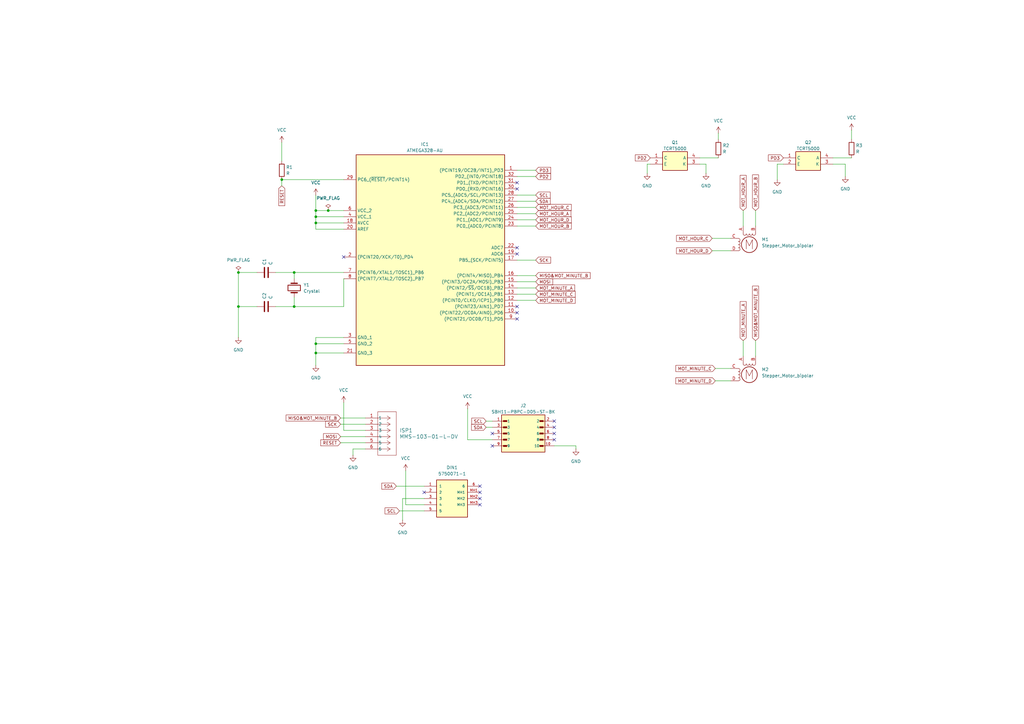
<source format=kicad_sch>
(kicad_sch (version 20250114) (generator "eeschema") (generator_version "9.0")
  (paper "A3")
  (title_block (title "ATmega328 Stepper Clock") (date "12.11.25") (rev "1"))
  (lib_symbols
    (symbol "2025-11-11_19-10-46:MMS-103-01-L-DV" (pin_names (offset 0.254))
      (property "Reference" "J" (at 8.89 6.35 0))
      (property "Value" "MMS-103-01-L-DV" (at 0 0 0))
      (symbol "MMS-103-01-L-DV_1_1"
        (polyline (pts (xy 5.08 2.54) (xy 5.08 -15.24)) (stroke (width 0.127)))
        (polyline (pts (xy 5.08 -15.24) (xy 12.7 -15.24)) (stroke (width 0.127)))
        (polyline (pts (xy 10.16 0) (xy 5.08 0)) (stroke (width 0.127)))
        (polyline (pts (xy 10.16 0) (xy 8.89 0.8467)) (stroke (width 0.127)))
        (polyline (pts (xy 10.16 0) (xy 8.89 -0.8467)) (stroke (width 0.127)))
        (polyline (pts (xy 10.16 -2.54) (xy 5.08 -2.54)) (stroke (width 0.127)))
        (polyline (pts (xy 10.16 -2.54) (xy 8.89 -1.6933)) (stroke (width 0.127)))
        (polyline (pts (xy 10.16 -2.54) (xy 8.89 -3.3867)) (stroke (width 0.127)))
        (polyline (pts (xy 10.16 -5.08) (xy 5.08 -5.08)) (stroke (width 0.127)))
        (polyline (pts (xy 10.16 -5.08) (xy 8.89 -4.2333)) (stroke (width 0.127)))
        (polyline (pts (xy 10.16 -5.08) (xy 8.89 -5.9267)) (stroke (width 0.127)))
        (polyline (pts (xy 10.16 -7.62) (xy 5.08 -7.62)) (stroke (width 0.127)))
        (polyline (pts (xy 10.16 -7.62) (xy 8.89 -6.7733)) (stroke (width 0.127)))
        (polyline (pts (xy 10.16 -7.62) (xy 8.89 -8.4667)) (stroke (width 0.127)))
        (polyline (pts (xy 10.16 -10.16) (xy 5.08 -10.16)) (stroke (width 0.127)))
        (polyline (pts (xy 10.16 -10.16) (xy 8.89 -9.3133)) (stroke (width 0.127)))
        (polyline (pts (xy 10.16 -10.16) (xy 8.89 -11.0067)) (stroke (width 0.127)))
        (polyline (pts (xy 10.16 -12.7) (xy 5.08 -12.7)) (stroke (width 0.127)))
        (polyline (pts (xy 10.16 -12.7) (xy 8.89 -11.8533)) (stroke (width 0.127)))
        (polyline (pts (xy 10.16 -12.7) (xy 8.89 -13.5467)) (stroke (width 0.127)))
        (polyline (pts (xy 12.7 2.54) (xy 5.08 2.54)) (stroke (width 0.127)))
        (polyline (pts (xy 12.7 -15.24) (xy 12.7 2.54)) (stroke (width 0.127)))
        (pin unspecified line (at 0 0 0) (length 5.08) (name "1") (number "1"))
        (pin unspecified line (at 0 -2.54 0) (length 5.08) (name "2") (number "2"))
        (pin unspecified line (at 0 -5.08 0) (length 5.08) (name "3") (number "3"))
        (pin unspecified line (at 0 -7.62 0) (length 5.08) (name "4") (number "4"))
        (pin unspecified line (at 0 -10.16 0) (length 5.08) (name "5") (number "5"))
        (pin unspecified line (at 0 -12.7 0) (length 5.08) (name "6") (number "6"))
      )
      (symbol "MMS-103-01-L-DV_1_2"
        (polyline (pts (xy 5.08 2.54) (xy 5.08 -15.24)) (stroke (width 0.127)))
        (polyline (pts (xy 5.08 -15.24) (xy 12.7 -15.24)) (stroke (width 0.127)))
        (polyline (pts (xy 7.62 0) (xy 5.08 0)) (stroke (width 0.127)))
        (polyline (pts (xy 7.62 0) (xy 8.89 0.8467)) (stroke (width 0.127)))
        (polyline (pts (xy 7.62 0) (xy 8.89 -0.8467)) (stroke (width 0.127)))
        (polyline (pts (xy 7.62 -2.54) (xy 5.08 -2.54)) (stroke (width 0.127)))
        (polyline (pts (xy 7.62 -2.54) (xy 8.89 -1.6933)) (stroke (width 0.127)))
        (polyline (pts (xy 7.62 -2.54) (xy 8.89 -3.3867)) (stroke (width 0.127)))
        (polyline (pts (xy 7.62 -5.08) (xy 5.08 -5.08)) (stroke (width 0.127)))
        (polyline (pts (xy 7.62 -5.08) (xy 8.89 -4.2333)) (stroke (width 0.127)))
        (polyline (pts (xy 7.62 -5.08) (xy 8.89 -5.9267)) (stroke (width 0.127)))
        (polyline (pts (xy 7.62 -7.62) (xy 5.08 -7.62)) (stroke (width 0.127)))
        (polyline (pts (xy 7.62 -7.62) (xy 8.89 -6.7733)) (stroke (width 0.127)))
        (polyline (pts (xy 7.62 -7.62) (xy 8.89 -8.4667)) (stroke (width 0.127)))
        (polyline (pts (xy 7.62 -10.16) (xy 5.08 -10.16)) (stroke (width 0.127)))
        (polyline (pts (xy 7.62 -10.16) (xy 8.89 -9.3133)) (stroke (width 0.127)))
        (polyline (pts (xy 7.62 -10.16) (xy 8.89 -11.0067)) (stroke (width 0.127)))
        (polyline (pts (xy 7.62 -12.7) (xy 5.08 -12.7)) (stroke (width 0.127)))
        (polyline (pts (xy 7.62 -12.7) (xy 8.89 -11.8533)) (stroke (width 0.127)))
        (polyline (pts (xy 7.62 -12.7) (xy 8.89 -13.5467)) (stroke (width 0.127)))
        (polyline (pts (xy 12.7 2.54) (xy 5.08 2.54)) (stroke (width 0.127)))
        (polyline (pts (xy 12.7 -15.24) (xy 12.7 2.54)) (stroke (width 0.127)))
        (pin unspecified line (at 0 0 0) (length 5.08) (name "1") (number "1"))
        (pin unspecified line (at 0 -2.54 0) (length 5.08) (name "2") (number "2"))
        (pin unspecified line (at 0 -5.08 0) (length 5.08) (name "3") (number "3"))
        (pin unspecified line (at 0 -7.62 0) (length 5.08) (name "4") (number "4"))
        (pin unspecified line (at 0 -10.16 0) (length 5.08) (name "5") (number "5"))
        (pin unspecified line (at 0 -12.7 0) (length 5.08) (name "6") (number "6"))
      )
    )
    (symbol "5750071-1:5750071-1" (pin_names (offset 1.016))
      (property "Reference" "J" (at 19.05 7.62 0))
      (property "Value" "5750071-1" (at 19.05 5.08 0))
      (symbol "5750071-1_0_0"
        (rectangle (start 5.08 -12.7) (end 17.78 2.54) (stroke (width 0.254)) (fill (type background)))
        (pin bidirectional line (at 0 0 0) (length 5.08) (name "1") (number "1"))
        (pin bidirectional line (at 0 -2.54 0) (length 5.08) (name "2") (number "2"))
        (pin bidirectional line (at 0 -5.08 0) (length 5.08) (name "3") (number "3"))
        (pin bidirectional line (at 0 -7.62 0) (length 5.08) (name "4") (number "4"))
        (pin bidirectional line (at 0 -10.16 0) (length 5.08) (name "5") (number "5"))
        (pin bidirectional line (at 22.86 0 180) (length 5.08) (name "6") (number "6"))
        (pin bidirectional line (at 22.86 -2.54 180) (length 5.08) (name "MH1") (number "MH1"))
        (pin bidirectional line (at 22.86 -5.08 180) (length 5.08) (name "MH2") (number "MH2"))
        (pin bidirectional line (at 22.86 -7.62 180) (length 5.08) (name "MH3") (number "MH3"))
      )
    )
    (symbol "Device:C" (pin_numbers (hide yes)) (pin_names (offset 0.254))
      (property "Reference" "C" (at 0.635 2.54 0))
      (property "Value" "C" (at 0.635 -2.54 0))
      (symbol "C_0_1"
        (polyline (pts (xy -2.032 0.762) (xy 2.032 0.762)) (stroke (width 0.508)))
        (polyline (pts (xy -2.032 -0.762) (xy 2.032 -0.762)) (stroke (width 0.508)))
      )
      (symbol "C_1_1"
        (pin passive line (at 0 3.81 270) (length 2.794) (name "~") (number "1"))
        (pin passive line (at 0 -3.81 90) (length 2.794) (name "~") (number "2"))
      )
    )
    (symbol "Device:Crystal" (pin_numbers (hide yes)) (pin_names (offset 1.016) (hide yes))
      (property "Reference" "Y" (at 0 3.81 0))
      (property "Value" "Crystal" (at 0 -3.81 0))
      (symbol "Crystal_0_1"
        (polyline (pts (xy -2.54 0) (xy -1.905 0)))
        (polyline (pts (xy -1.905 -1.27) (xy -1.905 1.27)) (stroke (width 0.508)))
        (rectangle (start -1.143 2.54) (end 1.143 -2.54) (stroke (width 0.3048)))
        (polyline (pts (xy 1.905 -1.27) (xy 1.905 1.27)) (stroke (width 0.508)))
        (polyline (pts (xy 2.54 0) (xy 1.905 0)))
      )
      (symbol "Crystal_1_1"
        (pin passive line (at -3.81 0 0) (length 1.27) (name "1") (number "1"))
        (pin passive line (at 3.81 0 180) (length 1.27) (name "2") (number "2"))
      )
    )
    (symbol "Device:R" (pin_numbers (hide yes)) (pin_names (offset 0))
      (property "Reference" "R" (at 2.032 0 90))
      (property "Value" "R" (at 0 0 90))
      (symbol "R_0_1"
        (rectangle (start -1.016 -2.54) (end 1.016 2.54) (stroke (width 0.254)))
      )
      (symbol "R_1_1"
        (pin passive line (at 0 3.81 270) (length 1.27) (name "~") (number "1"))
        (pin passive line (at 0 -3.81 90) (length 1.27) (name "~") (number "2"))
      )
    )
    (symbol "Motor:Stepper_Motor_bipolar" (pin_names (offset 0) (hide yes))
      (property "Reference" "M2" (at 5.08 2.121 0))
      (property "Value" "Stepper_Motor_bipolar" (at 5.08 -0.419 0))
      (symbol "Stepper_Motor_bipolar_0_0"
        (polyline (pts (xy -1.27 -1.778) (xy -1.27 2.032) (xy 0 -0.508) (xy 1.27 2.032) (xy 1.27 -1.778)))
      )
      (symbol "Stepper_Motor_bipolar_0_1"
        (polyline (pts (xy -5.08 2.54) (xy -4.445 2.54)))
        (polyline (pts (xy -5.08 -2.54) (xy -4.445 -2.54)))
        (arc (start -4.445 2.54) (mid -3.8127 1.905) (end -4.445 1.27))
        (arc (start -4.445 1.27) (mid -3.8127 0.635) (end -4.445 0))
        (arc (start -4.445 0) (mid -3.8127 -0.635) (end -4.445 -1.27))
        (arc (start -4.445 -1.27) (mid -3.8127 -1.905) (end -4.445 -2.54))
        (polyline (pts (xy -2.54 5.08) (xy -2.54 4.445)))
        (arc (start -1.27 4.445) (mid -1.905 3.8127) (end -2.54 4.445))
        (arc (start 0 4.445) (mid -0.635 3.8127) (end -1.27 4.445))
        (circle (center 0 0) (radius 3.2512) (stroke (width 0.254)))
        (arc (start 1.27 4.445) (mid 0.635 3.8127) (end 0 4.445))
        (arc (start 2.54 4.445) (mid 1.905 3.8127) (end 1.27 4.445))
        (polyline (pts (xy 2.54 5.08) (xy 2.54 4.445)))
      )
      (symbol "Stepper_Motor_bipolar_1_1"
        (pin passive line (at -7.62 2.54 0) (length 2.54) (name "~") (number "C"))
        (pin passive line (at -7.62 -2.54 0) (length 2.54) (name "~") (number "D"))
        (pin passive line (at -2.54 7.62 270) (length 2.54) (name "~") (number "A"))
        (pin passive line (at 2.54 7.62 270) (length 2.54) (name "-") (number "B"))
      )
    )
    (symbol "SBH11-PBPC-D05-ST-BK:SBH11-PBPC-D05-ST-BK" (pin_names (offset 1.016))
      (property "Reference" "J" (at -10.16 8.89 0))
      (property "Value" "SBH11-PBPC-D05-ST-BK" (at -10.16 -10.16 0))
      (symbol "SBH11-PBPC-D05-ST-BK_0_0"
        (rectangle (start -8.89 -7.62) (end 8.89 7.62) (stroke (width 0.254)) (fill (type background)))
        (rectangle (start -8.255 4.7625) (end -6.6675 5.3975) (stroke (width 0.1)) (fill (type outline)))
        (rectangle (start -8.255 2.2225) (end -6.6675 2.8575) (stroke (width 0.1)) (fill (type outline)))
        (rectangle (start -8.255 -0.3175) (end -6.6675 0.3175) (stroke (width 0.1)) (fill (type outline)))
        (rectangle (start -8.255 -2.8575) (end -6.6675 -2.2225) (stroke (width 0.1)) (fill (type outline)))
        (rectangle (start -8.255 -5.3975) (end -6.6675 -4.7625) (stroke (width 0.1)) (fill (type outline)))
        (rectangle (start 6.6675 4.7625) (end 8.255 5.3975) (stroke (width 0.1)) (fill (type outline)))
        (rectangle (start 6.6675 2.2225) (end 8.255 2.8575) (stroke (width 0.1)) (fill (type outline)))
        (rectangle (start 6.6675 -0.3175) (end 8.255 0.3175) (stroke (width 0.1)) (fill (type outline)))
        (rectangle (start 6.6675 -2.8575) (end 8.255 -2.2225) (stroke (width 0.1)) (fill (type outline)))
        (rectangle (start 6.6675 -5.3975) (end 8.255 -4.7625) (stroke (width 0.1)) (fill (type outline)))
        (pin passive line (at -12.7 5.08 0) (length 5.08) (name "1") (number "1"))
        (pin passive line (at -12.7 2.54 0) (length 5.08) (name "3") (number "3"))
        (pin passive line (at -12.7 0 0) (length 5.08) (name "5") (number "5"))
        (pin passive line (at -12.7 -2.54 0) (length 5.08) (name "7") (number "7"))
        (pin passive line (at -12.7 -5.08 0) (length 5.08) (name "9") (number "9"))
        (pin passive line (at 12.7 5.08 180) (length 5.08) (name "2") (number "2"))
        (pin passive line (at 12.7 2.54 180) (length 5.08) (name "4") (number "4"))
        (pin passive line (at 12.7 0 180) (length 5.08) (name "6") (number "6"))
        (pin passive line (at 12.7 -2.54 180) (length 5.08) (name "8") (number "8"))
        (pin passive line (at 12.7 -5.08 180) (length 5.08) (name "10") (number "10"))
      )
    )
    (symbol "SamacSys_Parts:ATMEGA328-AU"
      (property "Reference" "IC1" (at 33.274 37.338 0))
      (property "Value" "ATMEGA328-AU" (at 33.274 34.798 0))
      (symbol "ATMEGA328-AU_1_1"
        (rectangle (start 5.08 33.02) (end 66.04 -53.34) (stroke (width 0.254)) (fill (type background)))
        (pin passive line (at 0 22.86 0) (length 5.08) (name "PC6_(~{RESET}/PCINT14)") (number "29"))
        (pin passive line (at 0 10.16 0) (length 5.08) (name "VCC_2") (number "6"))
        (pin passive line (at 0 7.62 0) (length 5.08) (name "VCC_1") (number "4"))
        (pin passive line (at 0 5.08 0) (length 5.08) (name "AVCC") (number "18"))
        (pin passive line (at 0 2.54 0) (length 5.08) (name "AREF") (number "20"))
        (pin passive line (at 0 -8.89 0) (length 5.08) (name "(PCINT20/XCK/T0)_PD4") (number "2"))
        (pin passive line (at 0 -15.24 0) (length 5.08) (name "(PCINT6/XTAL1/TOSC1)_PB6") (number "7"))
        (pin passive line (at 0 -17.78 0) (length 5.08) (name "(PCINT7/XTAL2/TOSC2)_PB7") (number "8"))
        (pin passive line (at 0 -41.91 0) (length 5.08) (name "GND_1") (number "3"))
        (pin passive line (at 0 -44.45 0) (length 5.08) (name "GND_2") (number "5"))
        (pin passive line (at 0 -48.26 0) (length 5.08) (name "GND_3") (number "21"))
        (pin passive line (at 71.12 26.67 180) (length 5.08) (name "(PCINT19/OC2B/INT1)_PD3") (number "1"))
        (pin passive line (at 71.12 24.13 180) (length 5.08) (name "PD2_(INT0/PCINT18)") (number "32"))
        (pin passive line (at 71.12 21.59 180) (length 5.08) (name "PD1_(TXD/PCINT17)") (number "31"))
        (pin passive line (at 71.12 19.05 180) (length 5.08) (name "PD0_(RXD/PCINT16)") (number "30"))
        (pin passive line (at 71.12 16.51 180) (length 5.08) (name "PC5_(ADC5/SCL/PCINT13)") (number "28"))
        (pin passive line (at 71.12 13.97 180) (length 5.08) (name "PC4_(ADC4/SDA/PCINT12)") (number "27"))
        (pin passive line (at 71.12 11.43 180) (length 5.08) (name "PC3_(ADC3/PCINT11)") (number "26"))
        (pin passive line (at 71.12 8.89 180) (length 5.08) (name "PC2_(ADC2/PCINT10)") (number "25"))
        (pin passive line (at 71.12 6.35 180) (length 5.08) (name "PC1_(ADC1/PCINT9)") (number "24"))
        (pin passive line (at 71.12 3.81 180) (length 5.08) (name "PC0_(ADC0/PCINT8)") (number "23"))
        (pin passive line (at 71.12 -5.08 180) (length 5.08) (name "ADC7") (number "22"))
        (pin passive line (at 71.12 -7.62 180) (length 5.08) (name "ADC6") (number "19"))
        (pin passive line (at 71.12 -10.16 180) (length 5.08) (name "PB5_(SCK/PCINT5)") (number "17"))
        (pin passive line (at 71.12 -16.51 180) (length 5.08) (name "(PCINT4/MISO)_PB4") (number "16"))
        (pin passive line (at 71.12 -19.05 180) (length 5.08) (name "(PCINT3/OC2A/MOSI)_PB3") (number "15"))
        (pin passive line (at 71.12 -21.59 180) (length 5.08) (name "(PCINT2/~{SS}/OC1B)_PB2") (number "14"))
        (pin passive line (at 71.12 -24.13 180) (length 5.08) (name "(PCINT1/OC1A)_PB1") (number "13"))
        (pin passive line (at 71.12 -26.67 180) (length 5.08) (name "(PCINT0/CLKO/ICP1)_PB0") (number "12"))
        (pin passive line (at 71.12 -29.21 180) (length 5.08) (name "(PCINT23/AIN1)_PD7") (number "11"))
        (pin passive line (at 71.12 -31.75 180) (length 5.08) (name "(PCINT22/OC0A/AIN0)_PD6") (number "10"))
        (pin passive line (at 71.12 -34.29 180) (length 5.08) (name "(PCINT21/OC0B/T1)_PD5") (number "9"))
      )
    )
    (symbol "SamacSys_Parts:TCRT5000"
      (property "Reference" "Q" (at 16.51 7.62 0))
      (property "Value" "TCRT5000" (at 16.51 5.08 0))
      (symbol "TCRT5000_1_1"
        (rectangle (start 5.08 2.54) (end 15.24 -5.08) (stroke (width 0.254)) (fill (type background)))
        (pin passive line (at 0 0 0) (length 5.08) (name "C") (number "1"))
        (pin passive line (at 0 -2.54 0) (length 5.08) (name "E") (number "2"))
        (pin passive line (at 20.32 0 180) (length 5.08) (name "A") (number "4"))
        (pin passive line (at 20.32 -2.54 180) (length 5.08) (name "K") (number "3"))
      )
    )
    (symbol "Stepper_Motor_bipolar_1" (pin_names (offset 0) (hide yes))
      (property "Reference" "M1" (at 5.08 2.121 0))
      (property "Value" "Stepper_Motor_bipolar" (at 5.08 -0.419 0))
      (symbol "Stepper_Motor_bipolar_1_0_0"
        (polyline (pts (xy -1.27 -1.778) (xy -1.27 2.032) (xy 0 -0.508) (xy 1.27 2.032) (xy 1.27 -1.778)))
      )
      (symbol "Stepper_Motor_bipolar_1_0_1"
        (polyline (pts (xy -5.08 2.54) (xy -4.445 2.54)))
        (polyline (pts (xy -5.08 -2.54) (xy -4.445 -2.54)))
        (arc (start -4.445 2.54) (mid -3.8127 1.905) (end -4.445 1.27))
        (arc (start -4.445 1.27) (mid -3.8127 0.635) (end -4.445 0))
        (arc (start -4.445 0) (mid -3.8127 -0.635) (end -4.445 -1.27))
        (arc (start -4.445 -1.27) (mid -3.8127 -1.905) (end -4.445 -2.54))
        (polyline (pts (xy -2.54 5.08) (xy -2.54 4.445)))
        (arc (start -1.27 4.445) (mid -1.905 3.8127) (end -2.54 4.445))
        (arc (start 0 4.445) (mid -0.635 3.8127) (end -1.27 4.445))
        (circle (center 0 0) (radius 3.2512) (stroke (width 0.254)))
        (arc (start 1.27 4.445) (mid 0.635 3.8127) (end 0 4.445))
        (arc (start 2.54 4.445) (mid 1.905 3.8127) (end 1.27 4.445))
        (polyline (pts (xy 2.54 5.08) (xy 2.54 4.445)))
      )
      (symbol "Stepper_Motor_bipolar_1_1_1"
        (pin passive line (at -7.62 2.54 0) (length 2.54) (name "~") (number "C"))
        (pin passive line (at -7.62 -2.54 0) (length 2.54) (name "~") (number "D"))
        (pin passive line (at -2.54 7.62 270) (length 2.54) (name "~") (number "A"))
        (pin passive line (at 2.54 7.62 270) (length 2.54) (name "-") (number "B"))
      )
    )
    (symbol "power:GND" (power) (pin_numbers (hide yes)) (pin_names (offset 0) (hide yes))
      (property "Value" "GND" (at 0 -3.81 0))
      (symbol "GND_0_1"
        (polyline (pts (xy 0 0) (xy 0 -1.27) (xy 1.27 -1.27) (xy 0 -2.54) (xy -1.27 -1.27) (xy 0 -1.27)))
      )
      (symbol "GND_1_1"
        (pin power_in line (at 0 0 270) (length 0) (name "~") (number "1"))
      )
    )
    (symbol "power:PWR_FLAG" (power) (pin_numbers (hide yes)) (pin_names (offset 0) (hide yes))
      (property "Value" "PWR_FLAG" (at 0 3.81 0))
      (symbol "PWR_FLAG_0_0"
        (pin power_out line (at 0 0 90) (length 0) (name "~") (number "1"))
      )
      (symbol "PWR_FLAG_0_1"
        (polyline (pts (xy 0 0) (xy 0 1.27) (xy -1.016 1.905) (xy 0 2.54) (xy 1.016 1.905) (xy 0 1.27)))
      )
    )
    (symbol "power:VCC" (power) (pin_numbers (hide yes)) (pin_names (offset 0) (hide yes))
      (property "Value" "VCC" (at 0 3.556 0))
      (symbol "VCC_0_1"
        (polyline (pts (xy -0.762 1.27) (xy 0 2.54)))
        (polyline (pts (xy 0 2.54) (xy 0.762 1.27)))
        (polyline (pts (xy 0 0) (xy 0 2.54)))
      )
      (symbol "VCC_1_1"
        (pin power_in line (at 0 0 90) (length 0) (name "~") (number "1"))
      )
    )
  )
  (junction (at 97.79 125.73))
  (junction (at 129.54 91.44))
  (junction (at 120.65 111.76))
  (junction (at 115.57 73.66))
  (junction (at 97.79 111.76))
  (junction (at 129.54 86.36))
  (junction (at 129.54 140.97))
  (junction (at 129.54 144.78))
  (junction (at 120.65 125.73))
  (junction (at 134.62 86.36))
  (junction (at 129.54 88.9))
  (no_connect (at 212.09 128.27))
  (no_connect (at 227.33 177.8))
  (no_connect (at 212.09 101.6))
  (no_connect (at 196.85 204.47))
  (no_connect (at 196.85 199.39))
  (no_connect (at 212.09 104.14))
  (no_connect (at 201.93 182.88))
  (no_connect (at 212.09 74.93))
  (no_connect (at 212.09 77.47))
  (no_connect (at 201.93 177.8))
  (no_connect (at 227.33 180.34))
  (no_connect (at 227.33 175.26))
  (no_connect (at 212.09 125.73))
  (no_connect (at 173.99 201.93))
  (no_connect (at 196.85 207.01))
  (no_connect (at 212.09 130.81))
  (no_connect (at 196.85 201.93))
  (no_connect (at 140.97 105.41))
  (no_connect (at 227.33 172.72))
  (wire (pts (xy 139.7 173.99) (xy 149.86 173.99)))
  (wire (pts (xy 129.54 93.98) (xy 129.54 91.44)))
  (wire (pts (xy 304.8 139.7) (xy 304.8 146.05)))
  (wire (pts (xy 318.77 73.66) (xy 318.77 67.31)))
  (wire (pts (xy 346.71 72.39) (xy 346.71 67.31)))
  (wire (pts (xy 162.56 199.39) (xy 173.99 199.39)))
  (wire (pts (xy 140.97 93.98) (xy 129.54 93.98)))
  (wire (pts (xy 144.78 186.69) (xy 144.78 184.15)))
  (wire (pts (xy 139.7 171.45) (xy 149.86 171.45)))
  (wire (pts (xy 129.54 144.78) (xy 129.54 140.97)))
  (wire (pts (xy 129.54 144.78) (xy 140.97 144.78)))
  (wire (pts (xy 219.71 80.01) (xy 212.09 80.01)))
  (wire (pts (xy 120.65 111.76) (xy 120.65 114.3)))
  (wire (pts (xy 309.88 86.36) (xy 309.88 92.71)))
  (wire (pts (xy 191.77 180.34) (xy 201.93 180.34)))
  (wire (pts (xy 294.64 54.61) (xy 294.64 57.15)))
  (wire (pts (xy 219.71 123.19) (xy 212.09 123.19)))
  (wire (pts (xy 129.54 140.97) (xy 140.97 140.97)))
  (wire (pts (xy 140.97 165.1) (xy 140.97 176.53)))
  (wire (pts (xy 227.33 182.88) (xy 236.22 182.88)))
  (wire (pts (xy 219.71 92.71) (xy 212.09 92.71)))
  (wire (pts (xy 287.02 64.77) (xy 294.64 64.77)))
  (wire (pts (xy 219.71 69.85) (xy 212.09 69.85)))
  (wire (pts (xy 341.63 64.77) (xy 349.25 64.77)))
  (wire (pts (xy 144.78 184.15) (xy 149.86 184.15)))
  (wire (pts (xy 219.71 87.63) (xy 212.09 87.63)))
  (wire (pts (xy 97.79 111.76) (xy 97.79 125.73)))
  (wire (pts (xy 113.03 125.73) (xy 120.65 125.73)))
  (wire (pts (xy 129.54 140.97) (xy 129.54 138.43)))
  (wire (pts (xy 292.1 97.79) (xy 299.72 97.79)))
  (wire (pts (xy 120.65 111.76) (xy 140.97 111.76)))
  (wire (pts (xy 199.39 172.72) (xy 201.93 172.72)))
  (wire (pts (xy 166.37 207.01) (xy 166.37 193.04)))
  (wire (pts (xy 140.97 88.9) (xy 129.54 88.9)))
  (wire (pts (xy 318.77 67.31) (xy 321.31 67.31)))
  (wire (pts (xy 134.62 86.36) (xy 140.97 86.36)))
  (wire (pts (xy 165.1 204.47) (xy 173.99 204.47)))
  (wire (pts (xy 139.7 181.61) (xy 149.86 181.61)))
  (wire (pts (xy 163.83 209.55) (xy 173.99 209.55)))
  (wire (pts (xy 265.43 71.12) (xy 265.43 67.31)))
  (wire (pts (xy 219.71 85.09) (xy 212.09 85.09)))
  (wire (pts (xy 129.54 138.43) (xy 140.97 138.43)))
  (wire (pts (xy 129.54 88.9) (xy 129.54 86.36)))
  (wire (pts (xy 140.97 176.53) (xy 149.86 176.53)))
  (wire (pts (xy 97.79 125.73) (xy 97.79 138.43)))
  (wire (pts (xy 219.71 118.11) (xy 212.09 118.11)))
  (wire (pts (xy 219.71 120.65) (xy 212.09 120.65)))
  (wire (pts (xy 165.1 213.36) (xy 165.1 204.47)))
  (wire (pts (xy 97.79 125.73) (xy 105.41 125.73)))
  (wire (pts (xy 115.57 73.66) (xy 115.57 76.2)))
  (wire (pts (xy 349.25 53.34) (xy 349.25 57.15)))
  (wire (pts (xy 219.71 90.17) (xy 212.09 90.17)))
  (wire (pts (xy 113.03 111.76) (xy 120.65 111.76)))
  (wire (pts (xy 139.7 179.07) (xy 149.86 179.07)))
  (wire (pts (xy 236.22 182.88) (xy 236.22 184.15)))
  (wire (pts (xy 115.57 58.42) (xy 115.57 66.04)))
  (wire (pts (xy 219.71 72.39) (xy 212.09 72.39)))
  (wire (pts (xy 140.97 125.73) (xy 140.97 114.3)))
  (wire (pts (xy 129.54 80.01) (xy 129.54 86.36)))
  (wire (pts (xy 293.37 151.13) (xy 299.72 151.13)))
  (wire (pts (xy 219.71 113.03) (xy 212.09 113.03)))
  (wire (pts (xy 265.43 67.31) (xy 266.7 67.31)))
  (wire (pts (xy 173.99 207.01) (xy 166.37 207.01)))
  (wire (pts (xy 289.56 67.31) (xy 287.02 67.31)))
  (wire (pts (xy 129.54 86.36) (xy 134.62 86.36)))
  (wire (pts (xy 304.8 86.36) (xy 304.8 92.71)))
  (wire (pts (xy 105.41 111.76) (xy 97.79 111.76)))
  (wire (pts (xy 219.71 115.57) (xy 212.09 115.57)))
  (wire (pts (xy 120.65 125.73) (xy 140.97 125.73)))
  (wire (pts (xy 309.88 139.7) (xy 309.88 146.05)))
  (wire (pts (xy 129.54 149.86) (xy 129.54 144.78)))
  (wire (pts (xy 120.65 121.92) (xy 120.65 125.73)))
  (wire (pts (xy 292.1 102.87) (xy 299.72 102.87)))
  (wire (pts (xy 129.54 91.44) (xy 129.54 88.9)))
  (wire (pts (xy 115.57 73.66) (xy 140.97 73.66)))
  (wire (pts (xy 140.97 91.44) (xy 129.54 91.44)))
  (wire (pts (xy 289.56 71.12) (xy 289.56 67.31)))
  (wire (pts (xy 293.37 156.21) (xy 299.72 156.21)))
  (wire (pts (xy 199.39 175.26) (xy 201.93 175.26)))
  (wire (pts (xy 219.71 106.68) (xy 212.09 106.68)))
  (wire (pts (xy 191.77 167.64) (xy 191.77 180.34)))
  (wire (pts (xy 219.71 82.55) (xy 212.09 82.55)))
  (wire (pts (xy 346.71 67.31) (xy 341.63 67.31)))
  (global_label "SCK" (shape input) (at 139.7 173.99 180) (property "Intersheetrefs" "${INTERSHEET_REFS}" (effects (hide yes))))
  (global_label "MOT_MINUTE_D" (shape input) (at 219.71 123.19 0) (property "Intersheetrefs" "${INTERSHEET_REFS}" (effects (hide yes))))
  (global_label "MOT_HOUR_A" (shape input) (at 304.8 86.36 90) (property "Intersheetrefs" "${INTERSHEET_REFS}" (effects (hide yes))))
  (global_label "SCL" (shape input) (at 199.39 172.72 180) (property "Intersheetrefs" "${INTERSHEET_REFS}" (effects (hide yes))))
  (global_label "MOT_MINUTE_C" (shape input) (at 219.71 120.65 0) (property "Intersheetrefs" "${INTERSHEET_REFS}" (effects (hide yes))))
  (global_label "MOT_MINUTE_C" (shape input) (at 293.37 151.13 180) (property "Intersheetrefs" "${INTERSHEET_REFS}" (effects (hide yes))))
  (global_label "MOT_MINUTE_A" (shape input) (at 219.71 118.11 0) (property "Intersheetrefs" "${INTERSHEET_REFS}" (effects (hide yes))))
  (global_label "PD2" (shape input) (at 219.71 72.39 0) (property "Intersheetrefs" "${INTERSHEET_REFS}" (effects (hide yes))))
  (global_label "MOT_HOUR_D" (shape input) (at 219.71 90.17 0) (property "Intersheetrefs" "${INTERSHEET_REFS}" (effects (hide yes))))
  (global_label "SDA" (shape input) (at 162.56 199.39 180) (property "Intersheetrefs" "${INTERSHEET_REFS}" (effects (hide yes))))
  (global_label "MOT_HOUR_B" (shape input) (at 219.71 92.71 0) (property "Intersheetrefs" "${INTERSHEET_REFS}" (effects (hide yes))))
  (global_label "MISO&MOT_MINUTE_B" (shape input) (at 139.7 171.45 180) (property "Intersheetrefs" "${INTERSHEET_REFS}" (effects (hide yes))))
  (global_label "MOT_HOUR_C" (shape input) (at 219.71 85.09 0) (property "Intersheetrefs" "${INTERSHEET_REFS}" (effects (hide yes))))
  (global_label "MOSI" (shape input) (at 139.7 179.07 180) (property "Intersheetrefs" "${INTERSHEET_REFS}" (effects (hide yes))))
  (global_label "MISO&MOT_MINUTE_B" (shape input) (at 219.71 113.03 0) (property "Intersheetrefs" "${INTERSHEET_REFS}" (effects (hide yes))))
  (global_label "MOT_HOUR_C" (shape input) (at 292.1 97.79 180) (property "Intersheetrefs" "${INTERSHEET_REFS}" (effects (hide yes))))
  (global_label "SDA" (shape input) (at 219.71 82.55 0) (property "Intersheetrefs" "${INTERSHEET_REFS}" (effects (hide yes))))
  (global_label "RESET" (shape input) (at 115.57 76.2 270) (property "Intersheetrefs" "${INTERSHEET_REFS}" (effects (hide yes))))
  (global_label "MOSI" (shape input) (at 219.71 115.57 0) (property "Intersheetrefs" "${INTERSHEET_REFS}" (effects (hide yes))))
  (global_label "SDA" (shape input) (at 199.39 175.26 180) (property "Intersheetrefs" "${INTERSHEET_REFS}" (effects (hide yes))))
  (global_label "RESET" (shape input) (at 139.7 181.61 180) (property "Intersheetrefs" "${INTERSHEET_REFS}" (effects (hide yes))))
  (global_label "MOT_MINUTE_D" (shape input) (at 293.37 156.21 180) (property "Intersheetrefs" "${INTERSHEET_REFS}" (effects (hide yes))))
  (global_label "MOT_MINUTE_A" (shape input) (at 304.8 139.7 90) (property "Intersheetrefs" "${INTERSHEET_REFS}" (effects (hide yes))))
  (global_label "SCL" (shape input) (at 163.83 209.55 180) (property "Intersheetrefs" "${INTERSHEET_REFS}" (effects (hide yes))))
  (global_label "PD3" (shape input) (at 219.71 69.85 0) (property "Intersheetrefs" "${INTERSHEET_REFS}" (effects (hide yes))))
  (global_label "SCL" (shape input) (at 219.71 80.01 0) (property "Intersheetrefs" "${INTERSHEET_REFS}" (effects (hide yes))))
  (global_label "MOT_HOUR_B" (shape input) (at 309.88 86.36 90) (property "Intersheetrefs" "${INTERSHEET_REFS}" (effects (hide yes))))
  (global_label "MOT_HOUR_D" (shape input) (at 292.1 102.87 180) (property "Intersheetrefs" "${INTERSHEET_REFS}" (effects (hide yes))))
  (global_label "MOT_HOUR_A" (shape input) (at 219.71 87.63 0) (property "Intersheetrefs" "${INTERSHEET_REFS}" (effects (hide yes))))
  (global_label "PD2" (shape input) (at 266.7 64.77 180) (property "Intersheetrefs" "${INTERSHEET_REFS}" (effects (hide yes))))
  (global_label "SCK" (shape input) (at 219.71 106.68 0) (property "Intersheetrefs" "${INTERSHEET_REFS}" (effects (hide yes))))
  (global_label "PD3" (shape input) (at 321.31 64.77 180) (property "Intersheetrefs" "${INTERSHEET_REFS}" (effects (hide yes))))
  (global_label "MISO&MOT_MINUTE_B" (shape input) (at 309.88 139.7 90) (property "Intersheetrefs" "${INTERSHEET_REFS}" (effects (hide yes))))
  (symbol (lib_id "power:VCC") (at 191.77 167.64 0) (unit 1)
    (property "Reference" "#PWR07" (effects (hide yes)))
    (property "Value" "VCC" (at 191.77 162.56 0))
    (property "Description" "Power symbol creates a global label with name \"VCC\"" (effects (hide yes)))
  )
  (symbol (lib_id "Device:Crystal") (at 120.65 118.11 90) (unit 1)
    (property "Reference" "Y1" (at 124.46 116.8399 90) (effects (justify right)))
    (property "Value" "Crystal" (at 124.46 119.3799 90) (effects (justify right)))
    (property "Footprint" "Crystal:Crystal_AT310_D3.0mm_L10.0mm_Horizontal" (effects (hide yes)))
    (property "Description" "Two pin crystal" (effects (hide yes)))
  )
  (symbol (lib_id "Device:R") (at 294.64 60.96 0) (unit 1)
    (property "Reference" "R2" (at 296.418 59.69 0) (effects (justify left)))
    (property "Value" "R" (at 296.418 62.23 0) (effects (justify left)))
    (property "Footprint" "Resistor_THT:R_Axial_DIN0414_L11.9mm_D4.5mm_P15.24mm_Horizontal" (effects (hide yes)))
    (property "Description" "Resistor" (effects (hide yes)))
  )
  (symbol (lib_id "power:GND") (at 97.79 138.43 0) (unit 1)
    (property "Reference" "#PWR01" (effects (hide yes)))
    (property "Value" "GND" (at 97.79 143.51 0))
    (property "Description" "Power symbol creates a global label with name \"GND\" , ground" (effects (hide yes)))
  )
  (symbol (lib_id "power:GND") (at 289.56 71.12 0) (unit 1)
    (property "Reference" "#PWR012" (effects (hide yes)))
    (property "Value" "GND" (at 289.56 76.2 0))
    (property "Description" "Power symbol creates a global label with name \"GND\" , ground" (effects (hide yes)))
  )
  (symbol (lib_id "SBH11-PBPC-D05-ST-BK:SBH11-PBPC-D05-ST-BK") (at 214.63 177.8 0) (unit 1)
    (property "Reference" "J2" (at 214.63 166.37 0))
    (property "Value" "SBH11-PBPC-D05-ST-BK" (at 214.63 168.91 0))
    (property "Footprint" "SBH11-PBPC-D05-ST-BK:SULLINS_SBH11-PBPC-D05-ST-BK" (effects (hide yes)))
    (property "MF" "Sullins Connector" (effects (hide yes)))
    (property "MAXIMUM_PACKAGE_HEIGHT" "9.1mm" (effects (hide yes)))
    (property "Package" "None" (effects (hide yes)))
    (property "Price" "None" (effects (hide yes)))
    (property "Check_prices" "https://www.snapeda.com/parts/SBH11-PBPC-D05-ST-BK/Sullins/view-part/?ref=eda" (effects (hide yes)))
    (property "STANDARD" "Manufacturer Recommendations" (effects (hide yes)))
    (property "PARTREV" "J" (effects (hide yes)))
    (property "SnapEDA_Link" "https://www.snapeda.com/parts/SBH11-PBPC-D05-ST-BK/Sullins/view-part/?ref=snap" (effects (hide yes)))
    (property "MP" "SBH11-PBPC-D05-ST-BK" (effects (hide yes)))
    (property "Description_1" "10 Position Total Dual Row 2.54 mm Pitch Straight Male Shrouded Box Header" (effects (hide yes)))
    (property "MANUFACTURER" "Sullins Connector Solutions" (effects (hide yes)))
    (property "Availability" "In Stock" (effects (hide yes)))
    (property "SNAPEDA_PN" "SBH11-PBPC-D05-ST-BK" (effects (hide yes)))
  )
  (symbol (lib_id "power:VCC") (at 166.37 193.04 0) (unit 1)
    (property "Reference" "#PWR06" (effects (hide yes)))
    (property "Value" "VCC" (at 166.37 187.96 0))
    (property "Description" "Power symbol creates a global label with name \"VCC\"" (effects (hide yes)))
  )
  (symbol (lib_id "Device:R") (at 349.25 60.96 0) (unit 1)
    (property "Reference" "R3" (at 351.028 59.69 0) (effects (justify left)))
    (property "Value" "R" (at 351.028 62.23 0) (effects (justify left)))
    (property "Footprint" "Resistor_THT:R_Axial_DIN0414_L11.9mm_D4.5mm_P15.24mm_Horizontal" (effects (hide yes)))
    (property "Description" "Resistor" (effects (hide yes)))
  )
  (symbol (lib_id "SamacSys_Parts:ATMEGA328-AU") (at 140.97 96.52 0) (unit 1)
    (property "Reference" "IC1" (at 174.244 59.182 0))
    (property "Value" "ATMEGA328-AU" (at 174.244 61.722 0))
    (property "Footprint" "SamacSys_Parts:QFP80P900X900X120-32N" (effects (hide yes)))
    (property "Datasheet" "https://ww1.microchip.com/downloads/en/DeviceDoc/ATmega48A-PA-88A-PA-168A-PA-328-P-DS-DS40002061B.pdf" (effects (hide yes)))
    (property "Description" "MCU 8-Bit AVR 32KB Flash 2.5/3.3/5V ATMEGA328-AU, 8 bit AVR Microcontroller 20MHz 32 kB Flash, 1 kB, 2 kB RAM, I2C 32-Pin TQFP" (effects (hide yes)))
    (property "Height" "1.2" (effects (hide yes)))
    (property "Manufacturer_Name" "Microchip" (effects (hide yes)))
    (property "Manufacturer_Part_Number" "ATMEGA328-AU" (effects (hide yes)))
    (property "Mouser Part Number" "556-ATMEGA328-AU" (effects (hide yes)))
    (property "Mouser Price/Stock" "https://www.mouser.co.uk/ProductDetail/Microchip-Technology/ATMEGA328-AU?qs=lwdSMh1%2FoYJRHuGBjWz9Pg%3D%3D" (effects (hide yes)))
    (property "Arrow Part Number" "ATMEGA328-AU" (effects (hide yes)))
    (property "Arrow Price/Stock" "https://www.arrow.com/en/products/atmega328-au/microchip-technology?utm_currency=USD&region=nac" (effects (hide yes)))
  )
  (symbol (lib_id "5750071-1:5750071-1") (at 173.99 199.39 0) (unit 1)
    (property "Reference" "DIN1" (at 185.42 191.77 0))
    (property "Value" "5750071-1" (at 185.42 194.31 0))
    (property "Footprint" "5750071-1:57500711" (effects (hide yes)))
    (property "MANUFACTURER_NAME" "TE Connectivity" (effects (hide yes)))
    (property "MF" "TE Connectivity" (effects (hide yes)))
    (property "MOUSER_PRICE-STOCK" "https://www.mouser.co.uk/ProductDetail/TE-Connectivity/5750071-1?qs=BU%252BKxOECzi4EvgxaR0Z7ag%3D%3D" (effects (hide yes)))
    (property "DESCRIPTION" "Connector pcb r/a 6 way Mini-DIN" (effects (hide yes)))
    (property "MOUSER_PART_NUMBER" "571-5750071-1" (effects (hide yes)))
    (property "Price" "None" (effects (hide yes)))
    (property "Package" "None" (effects (hide yes)))
    (property "Check_prices" "https://www.snapeda.com/parts/57500711/TE+Connectivity/view-part/?ref=eda" (effects (hide yes)))
    (property "HEIGHT" "13.13mm" (effects (hide yes)))
    (property "SnapEDA_Link" "https://www.snapeda.com/parts/57500711/TE+Connectivity/view-part/?ref=snap" (effects (hide yes)))
    (property "MP" "57500711" (effects (hide yes)))
    (property "Description_1" "Conn Mini Circular DIN SKT 6 POS Solder RA Thru-Hole 6 Terminal 1 Port Tube" (effects (hide yes)))
    (property "Availability" "In Stock" (effects (hide yes)))
    (property "MANUFACTURER_PART_NUMBER" "5750071-1" (effects (hide yes)))
  )
  (symbol (lib_id "2025-11-11_19-10-46:MMS-103-01-L-DV") (at 149.86 171.45 0) (unit 1)
    (property "Reference" "ISP1" (at 163.83 176.5299 0) (effects (font (size 1.524 1.524)) (justify left)))
    (property "Value" "MMS-103-01-L-DV" (at 163.83 179.0699 0) (effects (font (size 1.524 1.524)) (justify left)))
    (property "Footprint" "footprints:CON6_2X3_UH_MMS_SAI" (effects (hide yes)))
    (property "Datasheet" "MMS-103-01-L-DV" (effects (hide yes)))
  )
  (symbol (lib_id "power:VCC") (at 294.64 54.61 0) (unit 1)
    (property "Reference" "#PWR015" (effects (hide yes)))
    (property "Value" "VCC" (at 294.64 49.53 0))
    (property "Description" "Power symbol creates a global label with name \"VCC\"" (effects (hide yes)))
  )
  (symbol (lib_id "power:GND") (at 265.43 71.12 0) (unit 1)
    (property "Reference" "#PWR011" (effects (hide yes)))
    (property "Value" "GND" (at 265.43 76.2 0))
    (property "Description" "Power symbol creates a global label with name \"GND\" , ground" (effects (hide yes)))
  )
  (symbol (lib_id "Device:C") (at 109.22 125.73 90) (unit 1)
    (property "Reference" "C2" (at 108.458 122.682 0) (effects (justify left)))
    (property "Value" "C" (at 110.998 122.682 0) (effects (justify left)))
    (property "Footprint" "Capacitor_THT:C_Axial_L5.1mm_D3.1mm_P15.00mm_Horizontal" (effects (hide yes)))
    (property "Description" "Unpolarized capacitor" (effects (hide yes)))
  )
  (symbol (lib_name "Stepper_Motor_bipolar_1") (lib_id "Motor:Stepper_Motor_bipolar") (at 307.34 100.33 0) (unit 1)
    (property "Reference" "M1" (at 312.42 98.209 0) (effects (justify left)))
    (property "Value" "Stepper_Motor_bipolar" (at 312.42 100.749 0) (effects (justify left)))
    (property "Datasheet" "http://www.infineon.com/dgdl/Application-Note-TLE8110EE_driving_UniPolarStepperMotor_V1.1.pdf?fileId=db3a30431be39b97011be5d0aa0a00b0" (effects (hide yes)))
    (property "Description" "4-wire bipolar stepper motor" (effects (hide yes)))
  )
  (symbol (lib_id "power:GND") (at 129.54 149.86 0) (unit 1)
    (property "Reference" "#PWR03" (effects (hide yes)))
    (property "Value" "GND" (at 129.54 154.94 0))
    (property "Description" "Power symbol creates a global label with name \"GND\" , ground" (effects (hide yes)))
  )
  (symbol (lib_id "power:VCC") (at 129.54 80.01 0) (unit 1)
    (property "Reference" "#PWR02" (effects (hide yes)))
    (property "Value" "VCC" (at 129.54 74.93 0))
    (property "Description" "Power symbol creates a global label with name \"VCC\"" (effects (hide yes)))
  )
  (symbol (lib_id "power:PWR_FLAG") (at 134.62 86.36 0) (unit 1)
    (property "Reference" "#FLG01" (effects (hide yes)))
    (property "Value" "PWR_FLAG" (at 134.62 81.28 0))
    (property "Description" "Special symbol for telling ERC where power comes from" (effects (hide yes)))
  )
  (symbol (lib_id "power:PWR_FLAG") (at 97.79 111.76 0) (unit 1)
    (property "Reference" "#FLG02" (effects (hide yes)))
    (property "Value" "PWR_FLAG" (at 97.79 106.68 0))
    (property "Description" "Special symbol for telling ERC where power comes from" (effects (hide yes)))
  )
  (symbol (lib_id "power:GND") (at 236.22 184.15 0) (unit 1)
    (property "Reference" "#PWR08" (effects (hide yes)))
    (property "Value" "GND" (at 236.22 189.23 0))
    (property "Description" "Power symbol creates a global label with name \"GND\" , ground" (effects (hide yes)))
  )
  (symbol (lib_id "power:VCC") (at 115.57 58.42 0) (unit 1)
    (property "Reference" "#PWR04" (effects (hide yes)))
    (property "Value" "VCC" (at 115.57 53.34 0))
    (property "Description" "Power symbol creates a global label with name \"VCC\"" (effects (hide yes)))
  )
  (symbol (lib_id "power:GND") (at 144.78 186.69 0) (unit 1)
    (property "Reference" "#PWR09" (effects (hide yes)))
    (property "Value" "GND" (at 144.78 191.77 0))
    (property "Description" "Power symbol creates a global label with name \"GND\" , ground" (effects (hide yes)))
  )
  (symbol (lib_id "power:VCC") (at 140.97 165.1 0) (unit 1)
    (property "Reference" "#PWR010" (effects (hide yes)))
    (property "Value" "VCC" (at 140.97 160.02 0))
    (property "Description" "Power symbol creates a global label with name \"VCC\"" (effects (hide yes)))
  )
  (symbol (lib_id "power:GND") (at 318.77 73.66 0) (unit 1)
    (property "Reference" "#PWR013" (effects (hide yes)))
    (property "Value" "GND" (at 318.77 78.74 0))
    (property "Description" "Power symbol creates a global label with name \"GND\" , ground" (effects (hide yes)))
  )
  (symbol (lib_id "power:GND") (at 346.71 72.39 0) (unit 1)
    (property "Reference" "#PWR014" (effects (hide yes)))
    (property "Value" "GND" (at 346.71 77.47 0))
    (property "Description" "Power symbol creates a global label with name \"GND\" , ground" (effects (hide yes)))
  )
  (symbol (lib_id "power:VCC") (at 349.25 53.34 0) (unit 1)
    (property "Reference" "#PWR016" (effects (hide yes)))
    (property "Value" "VCC" (at 349.25 48.26 0))
    (property "Description" "Power symbol creates a global label with name \"VCC\"" (effects (hide yes)))
  )
  (symbol (lib_id "Device:C") (at 109.22 111.76 90) (unit 1)
    (property "Reference" "C1" (at 108.458 108.712 0) (effects (justify left)))
    (property "Value" "C" (at 110.998 108.712 0) (effects (justify left)))
    (property "Footprint" "Capacitor_THT:C_Axial_L5.1mm_D3.1mm_P15.00mm_Horizontal" (effects (hide yes)))
    (property "Description" "Unpolarized capacitor" (effects (hide yes)))
  )
  (symbol (lib_id "SamacSys_Parts:TCRT5000") (at 321.31 64.77 0) (unit 1)
    (property "Reference" "Q2" (at 331.47 58.42 0))
    (property "Value" "TCRT5000" (at 331.47 60.96 0))
    (property "Footprint" "SamacSys_Parts:TCRT5000" (effects (hide yes)))
    (property "Datasheet" "http://www.vishay.com/docs/83760/tcrt5000.pdf" (effects (hide yes)))
    (property "Description" "VISHAY - TCRT5000. - SENSOR, OPTICAL, TRANSISTOR O/P" (effects (hide yes)))
    (property "Height" "6.8" (effects (hide yes)))
    (property "Manufacturer_Name" "Vishay" (effects (hide yes)))
    (property "Manufacturer_Part_Number" "TCRT5000" (effects (hide yes)))
    (property "Mouser Part Number" "782-TCRT5000" (effects (hide yes)))
    (property "Mouser Price/Stock" "https://www.mouser.co.uk/ProductDetail/Vishay-Semiconductors/TCRT5000?qs=glpcD2KT6uaaYldHGIIt5g%3D%3D" (effects (hide yes)))
    (property "Arrow Part Number" "TCRT5000" (effects (hide yes)))
    (property "Arrow Price/Stock" "https://www.arrow.com/en/products/tcrt5000/vishay?utm_currency=USD&region=nac" (effects (hide yes)))
  )
  (symbol (lib_id "power:GND") (at 165.1 213.36 0) (unit 1)
    (property "Reference" "#PWR05" (effects (hide yes)))
    (property "Value" "GND" (at 165.1 218.44 0))
    (property "Description" "Power symbol creates a global label with name \"GND\" , ground" (effects (hide yes)))
  )
  (symbol (lib_id "Device:R") (at 115.57 69.85 0) (unit 1)
    (property "Reference" "R1" (at 117.348 68.58 0) (effects (justify left)))
    (property "Value" "R" (at 117.348 71.12 0) (effects (justify left)))
    (property "Footprint" "Resistor_THT:R_Axial_DIN0414_L11.9mm_D4.5mm_P15.24mm_Horizontal" (effects (hide yes)))
    (property "Description" "Resistor" (effects (hide yes)))
  )
  (symbol (lib_id "SamacSys_Parts:TCRT5000") (at 266.7 64.77 0) (unit 1)
    (property "Reference" "Q1" (at 276.86 58.42 0))
    (property "Value" "TCRT5000" (at 276.86 60.96 0))
    (property "Footprint" "SamacSys_Parts:TCRT5000" (effects (hide yes)))
    (property "Datasheet" "http://www.vishay.com/docs/83760/tcrt5000.pdf" (effects (hide yes)))
    (property "Description" "VISHAY - TCRT5000. - SENSOR, OPTICAL, TRANSISTOR O/P" (effects (hide yes)))
    (property "Height" "6.8" (effects (hide yes)))
    (property "Manufacturer_Name" "Vishay" (effects (hide yes)))
    (property "Manufacturer_Part_Number" "TCRT5000" (effects (hide yes)))
    (property "Mouser Part Number" "782-TCRT5000" (effects (hide yes)))
    (property "Mouser Price/Stock" "https://www.mouser.co.uk/ProductDetail/Vishay-Semiconductors/TCRT5000?qs=glpcD2KT6uaaYldHGIIt5g%3D%3D" (effects (hide yes)))
    (property "Arrow Part Number" "TCRT5000" (effects (hide yes)))
    (property "Arrow Price/Stock" "https://www.arrow.com/en/products/tcrt5000/vishay?utm_currency=USD&region=nac" (effects (hide yes)))
  )
  (symbol (lib_id "Motor:Stepper_Motor_bipolar") (at 307.34 153.67 0) (unit 1)
    (property "Reference" "M2" (at 312.42 151.549 0) (effects (justify left)))
    (property "Value" "Stepper_Motor_bipolar" (at 312.42 154.089 0) (effects (justify left)))
    (property "Datasheet" "http://www.infineon.com/dgdl/Application-Note-TLE8110EE_driving_UniPolarStepperMotor_V1.1.pdf?fileId=db3a30431be39b97011be5d0aa0a00b0" (effects (hide yes)))
    (property "Description" "4-wire bipolar stepper motor" (effects (hide yes)))
  )
)
</source>
